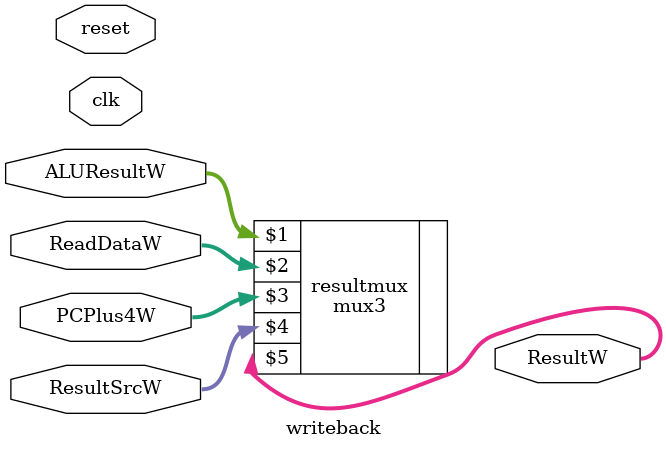
<source format=sv>
`timescale 1ns / 1ps


module writeback(
    input   logic           clk,reset,
    input   logic [1:0]     ResultSrcW,
    input   logic [31:0]    ReadDataW,
    input   logic [31:0]    PCPlus4W,
    input   logic [31:0]    ALUResultW,
    output  logic [31:0]    ResultW);
    
    mux3 #(32) resultmux(ALUResultW,ReadDataW,PCPlus4W,ResultSrcW,ResultW);
endmodule

</source>
